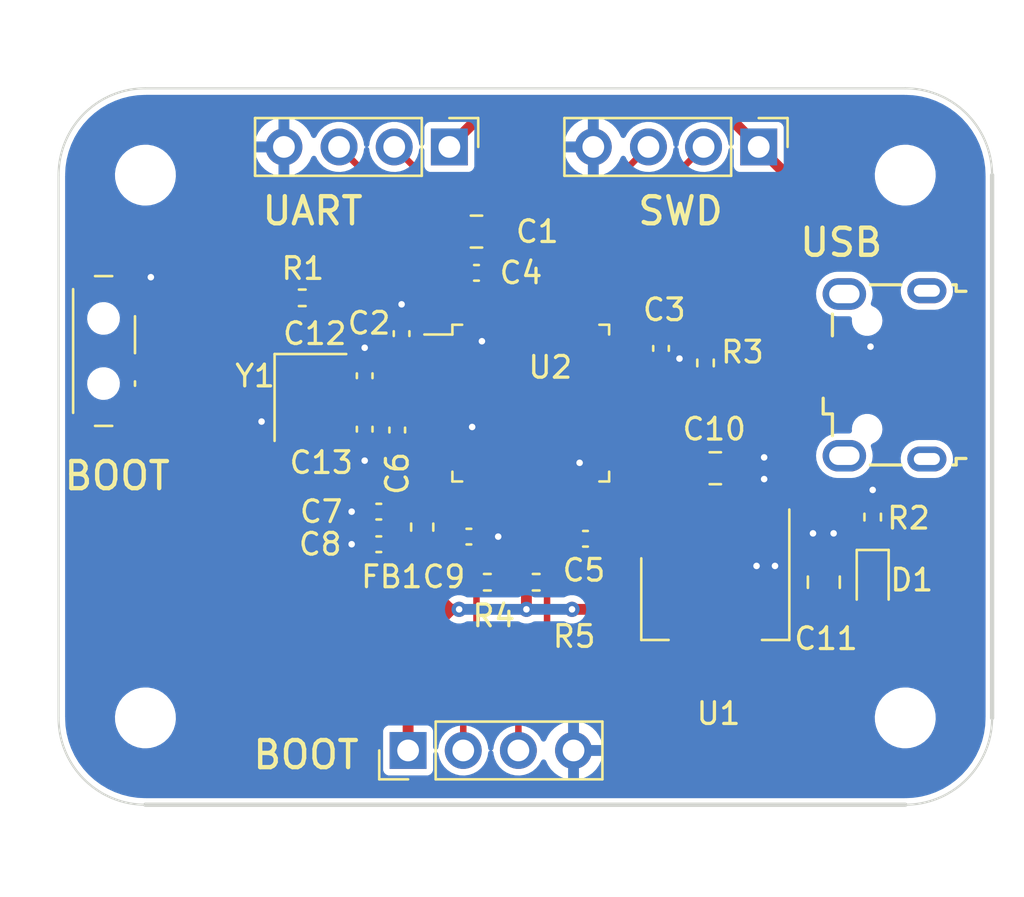
<source format=kicad_pcb>
(kicad_pcb (version 20211014) (generator pcbnew)
  (layers (0 "F.Cu" signal) (31 "B.Cu" signal) (34 "B.Paste" user) (35 "F.Paste" user) (36 "B.SilkS" user "B.Silkscreen") (37 "F.SilkS" user "F.Silkscreen") (38 "B.Mask" user) (39 "F.Mask" user) (44 "Edge.Cuts" user))
  (net 0 "")
  (net 1 "+3.3V")
  (net 2 "GND")
  (net 3 "+3.3VA")
  (net 4 "/nRST")
  (net 5 "VBUS")
  (net 6 "/HSE_IN")
  (net 7 "/HSE_OUT")
  (net 8 "/PWR_LED_K")
  (net 9 "/USB_D-")
  (net 10 "/USB_D+")
  (net 12 "/USART1_TX")
  (net 13 "/USART_RX")
  (net 14 "/SWDIO")
  (net 15 "/SWCLK")
  (net 16 "/I2C2_SCL")
  (net 17 "/I2C2_SDA")
  (net 18 "/Boot0SW")
  (net 19 "/Boot0")
  (footprint "Resistor_SMD:R_0402_1005Metric" (layer "F.Cu") (at 134.725 66.15)
    (fp_text reference "R1" (at 0.025 -1.35) (layer "F.SilkS"))
    (fp_text value "10k")
    (fp_line (start -0.153641 -0.38) (end 0.153641 -0.38) (layer "F.SilkS") (width 0.12))
    (fp_line (start -0.153641 0.38) (end 0.153641 0.38) (layer "F.SilkS") (width 0.12))
    (pad "1" smd roundrect (at -0.51 0) (size 0.54 0.64) (layers "F.Cu" "F.Paste" "F.Mask") (net 18 "/Boot0SW"))
    (pad "2" smd roundrect (at 0.51 0) (size 0.54 0.64) (layers "F.Cu" "F.Paste" "F.Mask") (net 19 "/Boot0"))
  )
  (footprint "MountingHole:MountingHole_2.2mm_M2" (layer "F.Cu") (at 127.5 60.5)
    (fp_text reference "H3")
    (fp_text value "MountingHole")
    (pad "" np_thru_hole circle (at 0 0) (size 2.2 2.2) (drill 2.2) (layers *.Cu *.Mask))
  )
  (footprint "Capacitor_SMD:C_0402_1005Metric" (layer "F.Cu") (at 142.4 77.15)
    (fp_text reference "C9" (at -1.15 1.85) (layer "F.SilkS"))
    (fp_text value "100n")
    (fp_line (start -0.107836 -0.36) (end 0.107836 -0.36) (layer "F.SilkS") (width 0.12))
    (fp_line (start -0.107836 0.36) (end 0.107836 0.36) (layer "F.SilkS") (width 0.12))
    (pad "1" smd roundrect (at -0.48 0) (size 0.56 0.62) (layers "F.Cu" "F.Paste" "F.Mask") (net 4 "/nRST"))
    (pad "2" smd roundrect (at 0.48 0) (size 0.56 0.62) (layers "F.Cu" "F.Paste" "F.Mask") (net 2 "GND"))
  )
  (footprint "MountingHole:MountingHole_2.2mm_M2" (layer "F.Cu") (at 162.5 60.5)
    (fp_text reference "H1")
    (fp_text value "MountingHole")
    (pad "" np_thru_hole circle (at 0 0) (size 2.2 2.2) (drill 2.2) (layers *.Cu *.Mask))
  )
  (footprint "MountingHole:MountingHole_2.2mm_M2" (layer "F.Cu") (at 127.5 85.5)
    (fp_text reference "H4")
    (fp_text value "MountingHole")
    (pad "" np_thru_hole circle (at 0 0) (size 2.2 2.2) (drill 2.2) (layers *.Cu *.Mask))
  )
  (footprint "Capacitor_SMD:C_0402_1005Metric" (layer "F.Cu") (at 138.25 77.5 180)
    (fp_text reference "C8" (at 2.7 0) (layer "F.SilkS"))
    (fp_text value "1u")
    (fp_line (start -0.107836 -0.36) (end 0.107836 -0.36) (layer "F.SilkS") (width 0.12))
    (fp_line (start -0.107836 0.36) (end 0.107836 0.36) (layer "F.SilkS") (width 0.12))
    (pad "1" smd roundrect (at -0.48 0 180) (size 0.56 0.62) (layers "F.Cu" "F.Paste" "F.Mask") (net 1 "+3.3V"))
    (pad "2" smd roundrect (at 0.48 0 180) (size 0.56 0.62) (layers "F.Cu" "F.Paste" "F.Mask") (net 2 "GND"))
  )
  (footprint "Package_TO_SOT_SMD:SOT-223-3_TabPin2" (layer "F.Cu") (at 153.75 80 -90)
    (fp_text reference "U1" (at 5.3 -0.15 180) (layer "F.SilkS"))
    (fp_text value "AMS1117-3.3")
    (fp_line (start -1.85 3.41) (end 1.91 3.41) (layer "F.SilkS") (width 0.12))
    (fp_line (start 1.91 -3.41) (end 1.91 -2.15) (layer "F.SilkS") (width 0.12))
    (fp_line (start 1.91 3.41) (end 1.91 2.15) (layer "F.SilkS") (width 0.12))
    (fp_line (start -4.1 -3.41) (end 1.91 -3.41) (layer "F.SilkS") (width 0.12))
    (pad "1" smd rect (at -3.15 -2.3 270) (size 2 1.5) (layers "F.Cu" "F.Paste" "F.Mask") (net 2 "GND"))
    (pad "2" smd rect (at 3.15 0 270) (size 2 3.8) (layers "F.Cu" "F.Paste" "F.Mask") (net 1 "+3.3V"))
    (pad "2" smd rect (at -3.15 0 270) (size 2 1.5) (layers "F.Cu" "F.Paste" "F.Mask") (net 1 "+3.3V"))
    (pad "3" smd rect (at -3.15 2.3 270) (size 2 1.5) (layers "F.Cu" "F.Paste" "F.Mask") (net 5 "VBUS"))
  )
  (footprint "Capacitor_SMD:C_0402_1005Metric" (layer "F.Cu") (at 137.6 69.74 90)
    (fp_text reference "C12" (at 1.94 -2.3 180) (layer "F.SilkS"))
    (fp_text value "10p")
    (fp_line (start -0.107836 -0.36) (end 0.107836 -0.36) (layer "F.SilkS") (width 0.12))
    (fp_line (start -0.107836 0.36) (end 0.107836 0.36) (layer "F.SilkS") (width 0.12))
    (pad "1" smd roundrect (at -0.48 0 90) (size 0.56 0.62) (layers "F.Cu" "F.Paste" "F.Mask") (net 6 "/HSE_IN"))
    (pad "2" smd roundrect (at 0.48 0 90) (size 0.56 0.62) (layers "F.Cu" "F.Paste" "F.Mask") (net 2 "GND"))
  )
  (footprint "Capacitor_SMD:C_0402_1005Metric" (layer "F.Cu") (at 147.77 77.25 180)
    (fp_text reference "C5" (at 0.07 -1.45) (layer "F.SilkS"))
    (fp_text value "100n")
    (fp_line (start -0.107836 -0.36) (end 0.107836 -0.36) (layer "F.SilkS") (width 0.12))
    (fp_line (start -0.107836 0.36) (end 0.107836 0.36) (layer "F.SilkS") (width 0.12))
    (pad "1" smd roundrect (at -0.48 0 180) (size 0.56 0.62) (layers "F.Cu" "F.Paste" "F.Mask") (net 1 "+3.3V"))
    (pad "2" smd roundrect (at 0.48 0 180) (size 0.56 0.62) (layers "F.Cu" "F.Paste" "F.Mask") (net 2 "GND"))
  )
  (footprint "Resistor_SMD:R_0402_1005Metric" (layer "F.Cu") (at 161 76.25 90)
    (fp_text reference "R2" (at -0.05 1.65 180) (layer "F.SilkS"))
    (fp_text value "1k5")
    (fp_line (start -0.153641 -0.38) (end 0.153641 -0.38) (layer "F.SilkS") (width 0.12))
    (fp_line (start -0.153641 0.38) (end 0.153641 0.38) (layer "F.SilkS") (width 0.12))
    (pad "1" smd roundrect (at -0.51 0 90) (size 0.54 0.64) (layers "F.Cu" "F.Paste" "F.Mask") (net 8 "/PWR_LED_K"))
    (pad "2" smd roundrect (at 0.51 0 90) (size 0.54 0.64) (layers "F.Cu" "F.Paste" "F.Mask") (net 2 "GND"))
  )
  (footprint "Inductor_SMD:L_0603_1608Metric" (layer "F.Cu") (at 140.25 76.7125 -90)
    (fp_text reference "FB1" (at 2.2875 1.4 180) (layer "F.SilkS"))
    (fp_text value "120R")
    (fp_line (start -0.162779 -0.51) (end 0.162779 -0.51) (layer "F.SilkS") (width 0.12))
    (fp_line (start -0.162779 0.51) (end 0.162779 0.51) (layer "F.SilkS") (width 0.12))
    (pad "1" smd roundrect (at -0.7875 0 270) (size 0.875 0.95) (layers "F.Cu" "F.Paste" "F.Mask") (net 3 "+3.3VA"))
    (pad "2" smd roundrect (at 0.7875 0 270) (size 0.875 0.95) (layers "F.Cu" "F.Paste" "F.Mask") (net 1 "+3.3V"))
  )
  (footprint "Capacitor_SMD:C_0805_2012Metric" (layer "F.Cu") (at 158.75 79.25 90)
    (fp_text reference "C11" (at -2.6 0.1 180) (layer "F.SilkS"))
    (fp_text value "22u")
    (fp_line (start -0.261252 -0.735) (end 0.261252 -0.735) (layer "F.SilkS") (width 0.12))
    (fp_line (start -0.261252 0.735) (end 0.261252 0.735) (layer "F.SilkS") (width 0.12))
    (pad "1" smd roundrect (at -0.95 0 90) (size 1 1.45) (layers "F.Cu" "F.Paste" "F.Mask") (net 1 "+3.3V"))
    (pad "2" smd roundrect (at 0.95 0 90) (size 1 1.45) (layers "F.Cu" "F.Paste" "F.Mask") (net 2 "GND"))
  )
  (footprint "Resistor_SMD:R_0402_1005Metric" (layer "F.Cu") (at 145.5 79.25)
    (fp_text reference "R5" (at 1.75 2.5) (layer "F.SilkS"))
    (fp_text value "1k5")
    (fp_line (start -0.153641 0.38) (end 0.153641 0.38) (layer "F.SilkS") (width 0.12))
    (fp_line (start -0.153641 -0.38) (end 0.153641 -0.38) (layer "F.SilkS") (width 0.12))
    (pad "1" smd roundrect (at -0.51 0) (size 0.54 0.64) (layers "F.Cu" "F.Paste" "F.Mask") (net 1 "+3.3V"))
    (pad "2" smd roundrect (at 0.51 0) (size 0.54 0.64) (layers "F.Cu" "F.Paste" "F.Mask") (net 17 "/I2C2_SDA"))
  )
  (footprint "Connector_USB:USB_Micro-B_Wuerth_629105150521" (layer "F.Cu") (at 161.545 69.7 90)
    (fp_text reference "J1")
    (fp_text value "USB_B_Micro")
    (fp_line (start -1.8 -2.4) (end -2.8 -2.4) (layer "F.SilkS") (width 0.15))
    (fp_line (start -1.8 -2.825) (end -1.8 -2.4) (layer "F.SilkS") (width 0.15))
    (fp_line (start -4.15 3.3) (end -3.85 3.3) (layer "F.SilkS") (width 0.15))
    (fp_line (start -4.15 -0.65) (end -4.15 0.75) (layer "F.SilkS") (width 0.15))
    (fp_line (start -1.075 -2.825) (end -1.8 -2.825) (layer "F.SilkS") (width 0.15))
    (fp_line (start 4.15 0.75) (end 4.15 -0.65) (layer "F.SilkS") (width 0.15))
    (fp_line (start 3.85 3.75) (end 3.85 3.3) (layer "F.SilkS") (width 0.15))
    (fp_line (start 3.85 3.3) (end 4.15 3.3) (layer "F.SilkS") (width 0.15))
    (fp_line (start 1.8 -2.4) (end 2.8 -2.4) (layer "F.SilkS") (width 0.15))
    (fp_line (start -4.15 3.15) (end -4.15 3.3) (layer "F.SilkS") (width 0.15))
    (fp_line (start -3.85 3.3) (end -3.85 3.75) (layer "F.SilkS") (width 0.15))
    (fp_line (start 4.15 3.3) (end 4.15 3.15) (layer "F.SilkS") (width 0.15))
    (pad "" np_thru_hole oval (at -2.5 -0.8 90) (size 0.8 0.8) (drill 0.8) (layers *.Cu *.Mask))
    (pad "" np_thru_hole oval (at 2.5 -0.8 90) (size 0.8 0.8) (drill 0.8) (layers *.Cu *.Mask))
    (pad "1" smd rect (at -1.3 -1.9 90) (size 0.45 1.3) (layers "F.Cu" "F.Paste" "F.Mask") (net 5 "VBUS"))
    (pad "2" smd rect (at -0.65 -1.9 90) (size 0.45 1.3) (layers "F.Cu" "F.Paste" "F.Mask") (net 9 "/USB_D-"))
    (pad "3" smd rect (at 0 -1.9 90) (size 0.45 1.3) (layers "F.Cu" "F.Paste" "F.Mask") (net 10 "/USB_D+"))
    (pad "4" smd rect (at 0.65 -1.9 90) (size 0.45 1.3) (layers "F.Cu" "F.Paste" "F.Mask"))
    (pad "5" smd rect (at 1.3 -1.9 90) (size 0.45 1.3) (layers "F.Cu" "F.Paste" "F.Mask") (net 2 "GND"))
    (pad "6" thru_hole oval (at -3.725 -1.85 90) (size 1.45 2) (drill oval 0.85 1.4) (layers *.Cu *.Mask))
    (pad "6" thru_hole oval (at 3.875 1.95 90) (size 1.15 1.8) (drill oval 0.55 1.2) (layers *.Cu *.Mask))
    (pad "6" thru_hole oval (at -3.875 1.95 90) (size 1.15 1.8) (drill oval 0.55 1.2) (layers *.Cu *.Mask))
    (pad "6" thru_hole oval (at 3.725 -1.85 90) (size 1.45 2) (drill oval 0.85 1.4) (layers *.Cu *.Mask))
  )
  (footprint "Connector_PinHeader_2.54mm:PinHeader_1x04_P2.54mm_Vertical" (layer "F.Cu") (at 141.5 59.2 -90)
    (fp_text reference "J2")
    (fp_text value "Conn_01x04_Male")
    (fp_line (start 1.33 1.27) (end 1.33 8.95) (layer "F.SilkS") (width 0.12))
    (fp_line (start -1.33 1.27) (end -1.33 8.95) (layer "F.SilkS") (width 0.12))
    (fp_line (start -1.33 1.27) (end 1.33 1.27) (layer "F.SilkS") (width 0.12))
    (fp_line (start -1.33 8.95) (end 1.33 8.95) (layer "F.SilkS") (width 0.12))
    (fp_line (start -1.33 -1.33) (end 0 -1.33) (layer "F.SilkS") (width 0.12))
    (fp_line (start -1.33 0) (end -1.33 -1.33) (layer "F.SilkS") (width 0.12))
    (pad "1" thru_hole rect (at 0 0 270) (size 1.7 1.7) (drill 1) (layers *.Cu *.Mask) (net 1 "+3.3V"))
    (pad "2" thru_hole oval (at 0 2.54 270) (size 1.7 1.7) (drill 1) (layers *.Cu *.Mask) (net 12 "/USART1_TX"))
    (pad "3" thru_hole oval (at 0 5.08 270) (size 1.7 1.7) (drill 1) (layers *.Cu *.Mask) (net 13 "/USART_RX"))
    (pad "4" thru_hole oval (at 0 7.62 270) (size 1.7 1.7) (drill 1) (layers *.Cu *.Mask) (net 2 "GND"))
  )
  (footprint "Capacitor_SMD:C_0402_1005Metric" (layer "F.Cu") (at 151.25 68.48 -90)
    (fp_text reference "C3" (at -1.78 -0.15 180) (layer "F.SilkS"))
    (fp_text value "100n")
    (fp_line (start -0.107836 -0.36) (end 0.107836 -0.36) (layer "F.SilkS") (width 0.12))
    (fp_line (start -0.107836 0.36) (end 0.107836 0.36) (layer "F.SilkS") (width 0.12))
    (pad "1" smd roundrect (at -0.48 0 270) (size 0.56 0.62) (layers "F.Cu" "F.Paste" "F.Mask") (net 1 "+3.3V"))
    (pad "2" smd roundrect (at 0.48 0 270) (size 0.56 0.62) (layers "F.Cu" "F.Paste" "F.Mask") (net 2 "GND"))
  )
  (footprint "LED_SMD:LED_0603_1608Metric" (layer "F.Cu") (at 161 79.25 -90)
    (fp_text reference "D1" (at -0.1 -1.8 180) (layer "F.SilkS"))
    (fp_text value "LED")
    (fp_line (start -1.485 -0.735) (end -1.485 0.735) (layer "F.SilkS") (width 0.12))
    (fp_line (start -1.485 0.735) (end 0.8 0.735) (layer "F.SilkS") (width 0.12))
    (fp_line (start 0.8 -0.735) (end -1.485 -0.735) (layer "F.SilkS") (width 0.12))
    (pad "1" smd roundrect (at -0.7875 0 270) (size 0.875 0.95) (layers "F.Cu" "F.Paste" "F.Mask") (net 8 "/PWR_LED_K"))
    (pad "2" smd roundrect (at 0.7875 0 270) (size 0.875 0.95) (layers "F.Cu" "F.Paste" "F.Mask") (net 1 "+3.3V"))
  )
  (footprint "Crystal:Crystal_SMD_3225-4Pin_3.2x2.5mm" (layer "F.Cu") (at 135.1 70.74 -90)
    (fp_text reference "Y1" (at -0.99 2.55) (layer "F.SilkS"))
    (fp_text value "16MHz")
    (fp_line (start -2 1.65) (end 2 1.65) (layer "F.SilkS") (width 0.12))
    (fp_line (start -2 -1.65) (end -2 1.65) (layer "F.SilkS") (width 0.12))
    (pad "1" smd rect (at -1.1 0.85 270) (size 1.4 1.2) (layers "F.Cu" "F.Paste" "F.Mask") (net 6 "/HSE_IN"))
    (pad "2" smd rect (at 1.1 0.85 270) (size 1.4 1.2) (layers "F.Cu" "F.Paste" "F.Mask") (net 2 "GND"))
    (pad "3" smd rect (at 1.1 -0.85 270) (size 1.4 1.2) (layers "F.Cu" "F.Paste" "F.Mask") (net 7 "/HSE_OUT"))
    (pad "4" smd rect (at -1.1 -0.85 270) (size 1.4 1.2) (layers "F.Cu" "F.Paste" "F.Mask") (net 2 "GND"))
  )
  (footprint "Capacitor_SMD:C_0402_1005Metric" (layer "F.Cu") (at 139.1 72.24 90)
    (fp_text reference "C6" (at -2 0 90) (layer "F.SilkS"))
    (fp_text value "10n")
    (fp_line (start -0.107836 -0.36) (end 0.107836 -0.36) (layer "F.SilkS") (width 0.12))
    (fp_line (start -0.107836 0.36) (end 0.107836 0.36) (layer "F.SilkS") (width 0.12))
    (pad "1" smd roundrect (at -0.48 0 90) (size 0.56 0.62) (layers "F.Cu" "F.Paste" "F.Mask") (net 3 "+3.3VA"))
    (pad "2" smd roundrect (at 0.48 0 90) (size 0.56 0.62) (layers "F.Cu" "F.Paste" "F.Mask") (net 2 "GND"))
  )
  (footprint "Capacitor_SMD:C_0805_2012Metric" (layer "F.Cu") (at 153.75 74)
    (fp_text reference "C10" (at -0.05 -1.8) (layer "F.SilkS"))
    (fp_text value "22u")
    (fp_line (start -0.261252 -0.735) (end 0.261252 -0.735) (layer "F.SilkS") (width 0.12))
    (fp_line (start -0.261252 0.735) (end 0.261252 0.735) (layer "F.SilkS") (width 0.12))
    (pad "1" smd roundrect (at -0.95 0) (size 1 1.45) (layers "F.Cu" "F.Paste" "F.Mask") (net 5 "VBUS"))
    (pad "2" smd roundrect (at 0.95 0) (size 1 1.45) (layers "F.Cu" "F.Paste" "F.Mask") (net 2 "GND"))
  )
  (footprint "Capacitor_SMD:C_0402_1005Metric" (layer "F.Cu") (at 139.3 67.8 90)
    (fp_text reference "C2" (at 0.48 -1.5 180) (layer "F.SilkS"))
    (fp_text value "100n")
    (fp_line (start -0.107836 0.36) (end 0.107836 0.36) (layer "F.SilkS") (width 0.12))
    (fp_line (start -0.107836 -0.36) (end 0.107836 -0.36) (layer "F.SilkS") (width 0.12))
    (pad "1" smd roundrect (at -0.48 0 90) (size 0.56 0.62) (layers "F.Cu" "F.Paste" "F.Mask") (net 1 "+3.3V"))
    (pad "2" smd roundrect (at 0.48 0 90) (size 0.56 0.62) (layers "F.Cu" "F.Paste" "F.Mask") (net 2 "GND"))
  )
  (footprint "Resistor_SMD:R_0402_1005Metric" (layer "F.Cu") (at 143.25 79.25 180)
    (fp_text reference "R4" (at -0.3 -1.55) (layer "F.SilkS"))
    (fp_text value "1k5")
    (fp_line (start -0.153641 0.38) (end 0.153641 0.38) (layer "F.SilkS") (width 0.12))
    (fp_line (start -0.153641 -0.38) (end 0.153641 -0.38) (layer "F.SilkS") (width 0.12))
    (pad "1" smd roundrect (at -0.51 0 180) (size 0.54 0.64) (layers "F.Cu" "F.Paste" "F.Mask") (net 1 "+3.3V"))
    (pad "2" smd roundrect (at 0.51 0 180) (size 0.54 0.64) (layers "F.Cu" "F.Paste" "F.Mask") (net 16 "/I2C2_SCL"))
  )
  (footprint "Connector_PinHeader_2.54mm:PinHeader_1x04_P2.54mm_Vertical" (layer "F.Cu") (at 139.6 87 90)
    (fp_text reference "J4")
    (fp_text value "Conn_01x04_Male")
    (fp_line (start -1.33 8.95) (end 1.33 8.95) (layer "F.SilkS") (width 0.12))
    (fp_line (start -1.33 0) (end -1.33 -1.33) (layer "F.SilkS") (width 0.12))
    (fp_line (start -1.33 -1.33) (end 0 -1.33) (layer "F.SilkS") (width 0.12))
    (fp_line (start -1.33 1.27) (end -1.33 8.95) (layer "F.SilkS") (width 0.12))
    (fp_line (start -1.33 1.27) (end 1.33 1.27) (layer "F.SilkS") (width 0.12))
    (fp_line (start 1.33 1.27) (end 1.33 8.95) (layer "F.SilkS") (width 0.12))
    (pad "1" thru_hole rect (at 0 0 90) (size 1.7 1.7) (drill 1) (layers *.Cu *.Mask) (net 1 "+3.3V"))
    (pad "2" thru_hole oval (at 0 2.54 90) (size 1.7 1.7) (drill 1) (layers *.Cu *.Mask) (net 16 "/I2C2_SCL"))
    (pad "3" thru_hole oval (at 0 5.08 90) (size 1.7 1.7) (drill 1) (layers *.Cu *.Mask) (net 17 "/I2C2_SDA"))
    (pad "4" thru_hole oval (at 0 7.62 90) (size 1.7 1.7) (drill 1) (layers *.Cu *.Mask) (net 2 "GND"))
  )
  (footprint "Capacitor_SMD:C_0402_1005Metric" (layer "F.Cu") (at 137.6 72.2 -90)
    (fp_text reference "C13" (at 1.54 2) (layer "F.SilkS"))
    (fp_text value "10p")
    (fp_line (start -0.107836 0.36) (end 0.107836 0.36) (layer "F.SilkS") (width 0.12))
    (fp_line (start -0.107836 -0.36) (end 0.107836 -0.36) (layer "F.SilkS") (width 0.12))
    (pad "1" smd roundrect (at -0.48 0 270) (size 0.56 0.62) (layers "F.Cu" "F.Paste" "F.Mask") (net 7 "/HSE_OUT"))
    (pad "2" smd roundrect (at 0.48 0 270) (size 0.56 0.62) (layers "F.Cu" "F.Paste" "F.Mask") (net 2 "GND"))
  )
  (footprint "Capacitor_SMD:C_0402_1005Metric" (layer "F.Cu") (at 142.75 65)
    (fp_text reference "C4" (at 2.05 0) (layer "F.SilkS"))
    (fp_text value "100n")
    (fp_line (start -0.107836 0.36) (end 0.107836 0.36) (layer "F.SilkS") (width 0.12))
    (fp_line (start -0.107836 -0.36) (end 0.107836 -0.36) (layer "F.SilkS") (width 0.12))
    (pad "1" smd roundrect (at -0.48 0) (size 0.56 0.62) (layers "F.Cu" "F.Paste" "F.Mask") (net 1 "+3.3V"))
    (pad "2" smd roundrect (at 0.48 0) (size 0.56 0.62) (layers "F.Cu" "F.Paste" "F.Mask") (net 2 "GND"))
  )
  (footprint "Capacitor_SMD:C_0805_2012Metric" (layer "F.Cu") (at 142.75 63.1)
    (fp_text reference "C1" (at 2.8 0) (layer "F.SilkS"))
    (fp_text value "10u")
    (fp_line (start -0.261252 0.735) (end 0.261252 0.735) (layer "F.SilkS") (width 0.12))
    (fp_line (start -0.261252 -0.735) (end 0.261252 -0.735) (layer "F.SilkS") (width 0.12))
    (pad "1" smd roundrect (at -0.95 0) (size 1 1.45) (layers "F.Cu" "F.Paste" "F.Mask") (net 1 "+3.3V"))
    (pad "2" smd roundrect (at 0.95 0) (size 1 1.45) (layers "F.Cu" "F.Paste" "F.Mask") (net 2 "GND"))
  )
  (footprint "Connector_PinHeader_2.54mm:PinHeader_1x04_P2.54mm_Vertical" (layer "F.Cu") (at 155.75 59.2 -90)
    (fp_text reference "J3")
    (fp_text value "Conn_01x04_Male")
    (fp_line (start -1.33 8.95) (end 1.33 8.95) (layer "F.SilkS") (width 0.12))
    (fp_line (start -1.33 0) (end -1.33 -1.33) (layer "F.SilkS") (width 0.12))
    (fp_line (start -1.33 -1.33) (end 0 -1.33) (layer "F.SilkS") (width 0.12))
    (fp_line (start -1.33 1.27) (end -1.33 8.95) (layer "F.SilkS") (width 0.12))
    (fp_line (start -1.33 1.27) (end 1.33 1.27) (layer "F.SilkS") (width 0.12))
    (fp_line (start 1.33 1.27) (end 1.33 8.95) (layer "F.SilkS") (width 0.12))
    (pad "1" thru_hole rect (at 0 0 270) (size 1.7 1.7) (drill 1) (layers *.Cu *.Mask) (net 1 "+3.3V"))
    (pad "2" thru_hole oval (at 0 2.54 270) (size 1.7 1.7) (drill 1) (layers *.Cu *.Mask) (net 14 "/SWDIO"))
    (pad "3" thru_hole oval (at 0 5.08 270) (size 1.7 1.7) (drill 1) (layers *.Cu *.Mask) (net 15 "/SWCLK"))
    (pad "4" thru_hole oval (at 0 7.62 270) (size 1.7 1.7) (drill 1) (layers *.Cu *.Mask) (net 2 "GND"))
  )
  (footprint "Button_Switch_SMD:SW_SPDT_PCM12" (layer "F.Cu") (at 125.9 68.6 -90)
    (fp_text reference "SW1")
    (fp_text value "SW_SPDT")
    (fp_line (start -2.85 1.73) (end 2.85 1.73) (layer "F.SilkS") (width 0.12))
    (fp_line (start -3.45 -0.07) (end -3.45 0.72) (layer "F.SilkS") (width 0.12))
    (fp_line (start 1.4 -1.12) (end 1.6 -1.12) (layer "F.SilkS") (width 0.12))
    (fp_line (start 3.45 0.72) (end 3.45 -0.07) (layer "F.SilkS") (width 0.12))
    (fp_line (start -1.6 -1.12) (end 0.1 -1.12) (layer "F.SilkS") (width 0.12))
    (pad "" np_thru_hole circle (at 1.5 0.33 270) (size 0.9 0.9) (drill 0.9) (layers *.Cu *.Mask))
    (pad "" smd rect (at 3.65 1.43 270) (size 1 0.8) (layers "F.Cu" "F.Paste" "F.Mask"))
    (pad "" smd rect (at -3.65 1.43 270) (size 1 0.8) (layers "F.Cu" "F.Paste" "F.Mask"))
    (pad "" smd rect (at 3.65 -0.78 270) (size 1 0.8) (layers "F.Cu" "F.Paste" "F.Mask"))
    (pad "" np_thru_hole circle (at -1.5 0.33 270) (size 0.9 0.9) (drill 0.9) (layers *.Cu *.Mask))
    (pad "" smd rect (at -3.65 -0.78 270) (size 1 0.8) (layers "F.Cu" "F.Paste" "F.Mask"))
    (pad "1" smd rect (at -2.25 -1.43 270) (size 0.7 1.5) (layers "F.Cu" "F.Paste" "F.Mask") (net 2 "GND"))
    (pad "2" smd rect (at 0.75 -1.43 270) (size 0.7 1.5) (layers "F.Cu" "F.Paste" "F.Mask") (net 18 "/Boot0SW"))
    (pad "3" smd rect (at 2.25 -1.43 270) (size 0.7 1.5) (layers "F.Cu" "F.Paste" "F.Mask") (net 1 "+3.3V"))
  )
  (footprint "Capacitor_SMD:C_0402_1005Metric" (layer "F.Cu") (at 138.25 76 180)
    (fp_text reference "C7" (at 2.65 0) (layer "F.SilkS"))
    (fp_text value "1u")
    (fp_line (start -0.107836 0.36) (end 0.107836 0.36) (layer "F.SilkS") (width 0.12))
    (fp_line (start -0.107836 -0.36) (end 0.107836 -0.36) (layer "F.SilkS") (width 0.12))
    (pad "1" smd roundrect (at -0.48 0 180) (size 0.56 0.62) (layers "F.Cu" "F.Paste" "F.Mask") (net 3 "+3.3VA"))
    (pad "2" smd roundrect (at 0.48 0 180) (size 0.56 0.62) (layers "F.Cu" "F.Paste" "F.Mask") (net 2 "GND"))
  )
  (footprint "Package_QFP:LQFP-48_7x7mm_P0.5mm" (layer "F.Cu") (at 145.25 71)
    (fp_text reference "U2" (at 0.9 -1.65) (layer "F.SilkS"))
    (fp_text value "STM32F103C8T6")
    (fp_line (start 3.16 -3.61) (end 3.61 -3.61) (layer "F.SilkS") (width 0.12))
    (fp_line (start 3.16 3.61) (end 3.61 3.61) (layer "F.SilkS") (width 0.12))
    (fp_line (start 3.61 3.61) (end 3.61 3.16) (layer "F.SilkS") (width 0.12))
    (fp_line (start -3.16 -3.61) (end -3.61 -3.61) (layer "F.SilkS") (width 0.12))
    (fp_line (start -3.61 -3.16) (end -4.9 -3.16) (layer "F.SilkS") (width 0.12))
    (fp_line (start -3.61 3.61) (end -3.61 3.16) (layer "F.SilkS") (width 0.12))
    (fp_line (start 3.61 -3.61) (end 3.61 -3.16) (layer "F.SilkS") (width 0.12))
    (fp_line (start -3.61 -3.61) (end -3.61 -3.16) (layer "F.SilkS") (width 0.12))
    (fp_line (start -3.16 3.61) (end -3.61 3.61) (layer "F.SilkS") (width 0.12))
    (pad "1" smd roundrect (at -4.1625 -2.75) (size 1.475 0.3) (layers "F.Cu" "F.Paste" "F.Mask") (net 1 "+3.3V"))
    (pad "2" smd roundrect (at -4.1625 -2.25) (size 1.475 0.3) (layers "F.Cu" "F.Paste" "F.Mask"))
    (pad "3" smd roundrect (at -4.1625 -1.75) (size 1.475 0.3) (layers "F.Cu" "F.Paste" "F.Mask"))
    (pad "4" smd roundrect (at -4.1625 -1.25) (size 1.475 0.3) (layers "F.Cu" "F.Paste" "F.Mask"))
    (pad "5" smd roundrect (at -4.1625 -0.75) (size 1.475 0.3) (layers "F.Cu" "F.Paste" "F.Mask") (net 6 "/HSE_IN"))
    (pad "6" smd roundrect (at -4.1625 -0.25) (size 1.475 0.3) (layers "F.Cu" "F.Paste" "F.Mask") (net 7 "/HSE_OUT"))
    (pad "7" smd roundrect (at -4.1625 0.25) (size 1.475 0.3) (layers "F.Cu" "F.Paste" "F.Mask") (net 4 "/nRST"))
    (pad "8" smd roundrect (at -4.1625 0.75) (size 1.475 0.3) (layers "F.Cu" "F.Paste" "F.Mask") (net 2 "GND"))
    (pad "9" smd roundrect (at -4.1625 1.25) (size 1.475 0.3) (layers "F.Cu" "F.Paste" "F.Mask") (net 3 "+3.3VA"))
    (pad "10" smd roundrect (at -4.1625 1.75) (size 1.475 0.3) (layers "F.Cu" "F.Paste" "F.Mask"))
    (pad "11" smd roundrect (at -4.1625 2.25) (size 1.475 0.3) (layers "F.Cu" "F.Paste" "F.Mask"))
    (pad "12" smd roundrect (at -4.1625 2.75) (size 1.475 0.3) (layers "F.Cu" "F.Paste" "F.Mask"))
    (pad "13" smd roundrect (at -2.75 4.1625) (size 0.3 1.475) (layers "F.Cu" "F.Paste" "F.Mask"))
    (pad "14" smd roundrect (at -2.25 4.1625) (size 0.3 1.475) (layers "F.Cu" "F.Paste" "F.Mask"))
    (pad "15" smd roundrect (at -1.75 4.1625) (size 0.3 1.475) (layers "F.Cu" "F.Paste" "F.Mask"))
    (pad "16" smd roundrect (at -1.25 4.1625) (size 0.3 1.475) (layers "F.Cu" "F.Paste" "F.Mask"))
    (pad "17" smd roundrect (at -0.75 4.1625) (size 0.3 1.475) (layers "F.Cu" "F.Paste" "F.Mask"))
    (pad "18" smd roundrect (at -0.25 4.1625) (size 0.3 1.475) (layers "F.Cu" "F.Paste" "F.Mask"))
    (pad "19" smd roundrect (at 0.25 4.1625) (size 0.3 1.475) (layers "F.Cu" "F.Paste" "F.Mask"))
    (pad "20" smd roundrect (at 0.75 4.1625) (size 0.3 1.475) (layers "F.Cu" "F.Paste" "F.Mask"))
    (pad "21" smd roundrect (at 1.25 4.1625) (size 0.3 1.475) (layers "F.Cu" "F.Paste" "F.Mask") (net 16 "/I2C2_SCL"))
    (pad "22" smd roundrect (at 1.75 4.1625) (size 0.3 1.475) (layers "F.Cu" "F.Paste" "F.Mask") (net 17 "/I2C2_SDA"))
    (pad "23" smd roundrect (at 2.25 4.1625) (size 0.3 1.475) (layers "F.Cu" "F.Paste" "F.Mask") (net 2 "GND"))
    (pad "24" smd roundrect (at 2.75 4.1625) (size 0.3 1.475) (layers "F.Cu" "F.Paste" "F.Mask") (net 1 "+3.3V"))
    (pad "25" smd roundrect (at 4.1625 2.75) (size 1.475 0.3) (layers "F.Cu" "F.Paste" "F.Mask"))
    (pad "26" smd roundrect (at 4.1625 2.25) (size 1.475 0.3) (layers "F.Cu" "F.Paste" "F.Mask"))
    (pad "27" smd roundrect (at 4.1625 1.75) (size 1.475 0.3) (layers "F.Cu" "F.Paste" "F.Mask"))
    (pad "28" smd roundrect (at 4.1625 1.25) (size 1.475 0.3) (layers "F.Cu" "F.Paste" "F.Mask"))
    (pad "29" smd roundrect (at 4.1625 0.75) (size 1.475 0.3) (layers "F.Cu" "F.Paste" "F.Mask"))
    (pad "30" smd roundrect (at 4.1625 0.25) (size 1.475 0.3) (layers "F.Cu" "F.Paste" "F.Mask"))
    (pad "31" smd roundrect (at 4.1625 -0.25) (size 1.475 0.3) (layers "F.Cu" "F.Paste" "F.Mask"))
    (pad "32" smd roundrect (at 4.1625 -0.75) (size 1.475 0.3) (layers "F.Cu" "F.Paste" "F.Mask") (net 9 "/USB_D-"))
    (pad "33" smd roundrect (at 4.1625 -1.25) (size 1.475 0.3) (layers "F.Cu" "F.Paste" "F.Mask") (net 10 "/USB_D+"))
    (pad "34" smd roundrect (at 4.1625 -1.75) (size 1.475 0.3) (layers "F.Cu" "F.Paste" "F.Mask") (net 14 "/SWDIO"))
    (pad "35" smd roundrect (at 4.1625 -2.25) (size 1.475 0.3) (layers "F.Cu" "F.Paste" "F.Mask") (net 2 "GND"))
    (pad "36" smd roundrect (at 4.1625 -2.75) (size 1.475 0.3) (layers "F.Cu" "F.Paste" "F.Mask") (net 1 "+3.3V"))
    (pad "37" smd roundrect (at 2.75 -4.1625) (size 0.3 1.475) (layers "F.Cu" "F.Paste" "F.Mask") (net 15 "/SWCLK"))
    (pad "38" smd roundrect (at 2.25 -4.1625) (size 0.3 1.475) (layers "F.Cu" "F.Paste" "F.Mask"))
    (pad "39" smd roundrect (at 1.75 -4.1625) (size 0.3 1.475) (layers "F.Cu" "F.Paste" "F.Mask"))
    (pad "40" smd roundrect (at 1.25 -4.1625) (size 0.3 1.475) (layers "F.Cu" "F.Paste" "F.Mask"))
    (pad "41" smd roundrect (at 0.75 -4.1625) (size 0.3 1.475) (layers "F.Cu" "F.Paste" "F.Mask"))
    (pad "42" smd roundrect (at 0.25 -4.1625) (size 0.3 1.475) (layers "F.Cu" "F.Paste" "F.Mask") (net 12 "/USART1_TX"))
    (pad "43" smd roundrect (at -0.25 -4.1625) (size 0.3 1.475) (layers "F.Cu" "F.Paste" "F.Mask") (net 13 "/USART_RX"))
    (pad "44" smd roundrect (at -0.75 -4.1625) (size 0.3 1.475) (layers "F.Cu" "F.Paste" "F.Mask") (net 19 "/Boot0"))
    (pad "45" smd roundrect (at -1.25 -4.1625) (size 0.3 1.475) (layers "F.Cu" "F.Paste" "F.Mask"))
    (pad "46" smd roundrect (at -1.75 -4.1625) (size 0.3 1.475) (layers "F.Cu" "F.Paste" "F.Mask"))
    (pad "47" smd roundrect (at -2.25 -4.1625) (size 0.3 1.475) (layers "F.Cu" "F.Paste" "F.Mask") (net 2 "GND"))
    (pad "48" smd roundrect (at -2.75 -4.1625) (size 0.3 1.475) (layers "F.Cu" "F.Paste" "F.Mask") (net 1 "+3.3V"))
  )
  (footprint "Resistor_SMD:R_0402_1005Metric" (layer "F.Cu") (at 153.3 69.15 -90)
    (fp_text reference "R3" (at -0.5 -1.7 180) (layer "F.SilkS"))
    (fp_text value "1k5")
    (fp_line (start -0.153641 0.38) (end 0.153641 0.38) (layer "F.SilkS") (width 0.12))
    (fp_line (start -0.153641 -0.38) (end 0.153641 -0.38) (layer "F.SilkS") (width 0.12))
    (pad "1" smd roundrect (at -0.51 0 270) (size 0.54 0.64) (layers "F.Cu" "F.Paste" "F.Mask") (net 1 "+3.3V"))
    (pad "2" smd roundrect (at 0.51 0 270) (size 0.54 0.64) (layers "F.Cu" "F.Paste" "F.Mask") (net 10 "/USB_D+"))
  )
  (footprint "MountingHole:MountingHole_2.2mm_M2" (layer "F.Cu") (at 162.5 85.5)
    (fp_text reference "H2")
    (fp_text value "MountingHole")
    (pad "" np_thru_hole circle (at 0 0) (size 2.2 2.2) (drill 2.2) (layers *.Cu *.Mask))
  )
  (gr_line (start 127.5 56.5) (end 162.5 56.5) (layer "Edge.Cuts") (width 0.1))
  (gr_line (start 162.5 89.5) (end 127.5 89.5) (layer "Edge.Cuts") (width 0.2))
  (gr_arc (start 127.5 89.5) (mid 124.671573 88.328427) (end 123.5 85.5) (layer "Edge.Cuts") (width 0.1))
  (gr_arc (start 162.5 56.5) (mid 165.328427 57.671573) (end 166.5 60.5) (layer "Edge.Cuts") (width 0.1))
  (gr_arc (start 123.5 60.5) (mid 124.671573 57.671573) (end 127.5 56.5) (layer "Edge.Cuts") (width 0.1))
  (gr_line (start 166.5 60.5) (end 166.5 85.5) (layer "Edge.Cuts") (width 0.2))
  (gr_arc (start 166.5 85.5) (mid 165.328427 88.328427) (end 162.5 89.5) (layer "Edge.Cuts") (width 0.1))
  (gr_line (start 123.5 85.5) (end 123.5 60.5) (layer "Edge.Cuts") (width 0.1))
  (gr_text "SWD" (at 152.15 62.15) (layer "F.SilkS") (effects (font (size 1.25 1.25) (thickness 0.2))))
  (gr_text "UART" (at 135.2 62.15) (layer "F.SilkS") (effects (font (size 1.25 1.25) (thickness 0.2))))
  (gr_text "BOOT" (at 134.9 87.2) (layer "F.SilkS") (effects (font (size 1.25 1.25) (thickness 0.2))))
  (gr_text "USB" (at 159.55 63.6) (layer "F.SilkS") (effects (font (size 1.25 1.25) (thickness 0.2))))
  (gr_text "BOOT" (at 126.2 74.35) (layer "F.SilkS") (effects (font (size 1.25 1.25) (thickness 0.2))))
  (segment (start 141.0875 68.25) (end 141.91005 68.25) (width 0.3) (layer "F.Cu") (net 1))
  (segment (start 142.27 65.67) (end 142.27 65) (width 0.3) (layer "F.Cu") (net 1))
  (segment (start 142.5 65.9) (end 142.27 65.67) (width 0.3) (layer "F.Cu") (net 1))
  (segment (start 137.45 67.05) (end 141.4 63.1) (width 0.5) (layer "F.Cu") (net 1))
  (segment (start 148.55 77.25) (end 148.25 77.25) (width 0.5) (layer "F.Cu") (net 1))
  (segment (start 139.6 82.5) (end 139.6 87) (width 0.5) (layer "F.Cu") (net 1))
  (segment (start 149.05 80.5) (end 149.05 77.75) (width 0.5) (layer "F.Cu") (net 1))
  (segment (start 141.91005 68.25) (end 142.5 67.66005) (width 0.3) (layer "F.Cu") (net 1))
  (segment (start 130.4 70.7) (end 130.4 69.75) (width 0.5) (layer "F.Cu") (net 1))
  (segment (start 142.27 64.47) (end 141.8 64) (width 0.5) (layer "F.Cu") (net 1))
  (segment (start 145.05 79.31) (end 144.99 79.25) (width 0.5) (layer "F.Cu") (net 1))
  (segment (start 140.25 79.2) (end 140.25 77.5) (width 0.5) (layer "F.Cu") (net 1))
  (segment (start 159.05 62.5) (end 155.75 59.2) (width 0.5) (layer "F.Cu") (net 1))
  (segment (start 141.4 63.1) (end 141.8 63.1) (width 0.5) (layer "F.Cu") (net 1))
  (segment (start 141.55 80.5) (end 140.25 79.2) (width 0.5) (layer "F.Cu") (net 1))
  (segment (start 127.33 70.85) (end 130.25 70.85) (width 0.5) (layer "F.Cu") (net 1))
  (segment (start 141.8 64) (end 141.8 63.1) (width 0.5) (layer "F.Cu") (net 1))
  (segment (start 141.6 80.5) (end 139.6 82.5) (width 0.5) (layer "F.Cu") (net 1))
  (segment (start 130.4 69.75) (end 133.1 67.05) (width 0.5) (layer "F.Cu") (net 1))
  (segment (start 150.25 68.25) (end 150.5 68) (width 0.3) (layer "F.Cu") (net 1))
  (segment (start 158.75 84.5) (end 157.05 86.2) (width 0.5) (layer "F.Cu") (net 1))
  (segment (start 130.25 70.85) (end 130.4 70.7) (width 0.5) (layer "F.Cu") (net 1))
  (segment (start 142.5 66.8375) (end 142.5 65.9) (width 0.3) (layer "F.Cu") (net 1))
  (segment (start 161 80.0375) (end 161.3125 80.0375) (width 0.5) (layer "F.Cu") (net 1))
  (segment (start 139.33 68.25) (end 139.3 68.28) (width 0.3) (layer "F.Cu") (net 1))
  (segment (start 145.05 80.5) (end 145.05 79.31) (width 0.5) (layer "F.Cu") (net 1))
  (segment (start 148.25 76.75) (end 148.25 77.25) (width 0.3) (layer "F.Cu") (net 1))
  (segment (start 162.55 75.05) (end 161.7 74.2) (width 0.5) (layer "F.Cu") (net 1))
  (segment (start 149.05 80.5) (end 147.15 80.5) (width 0.5) (layer "F.Cu") (net 1))
  (segment (start 148 76.5) (end 148.25 76.75) (width 0.3) (layer "F.Cu") (net 1))
  (segment (start 149.05 84.4) (end 149.05 80.5) (width 0.5) (layer "F.Cu") (net 1))
  (segment (start 153.1 68) (end 153.55 68) (width 0.5) (layer "F.Cu") (net 1))
  (segment (start 140.25 77.5) (end 138.73 77.5) (width 0.5) (layer "F.Cu") (net 1))
  (segment (start 140.25 79.2) (end 135.15 79.2) (width 0.5) (layer "F.Cu") (net 1))
  (segment (start 160.8375 80.2) (end 161 80.0375) (width 0.5) (layer "F.Cu") (net 1))
  (segment (start 144.99 79.25) (end 143.76 79.25) (width 0.5) (layer "F.Cu") (net 1))
  (segment (start 143.25 57.45) (end 154 57.45) (width 0.5) (layer "F.Cu") (net 1))
  (segment (start 142.5 67.66005) (end 142.5 66.8375) (width 0.3) (layer "F.Cu") (net 1))
  (segment (start 141.0875 68.25) (end 139.33 68.25) (width 0.3) (layer "F.Cu") (net 1))
  (segment (start 141.5 59.2) (end 143.25 57.45) (width 0.5) (layer "F.Cu") (net 1))
  (segment (start 154 57.45) (end 155.75 59.2) (width 0.5) (layer "F.Cu") (net 1))
  (segment (start 130.4 74.45) (end 130.4 70.7) (width 0.5) (layer "F.Cu") (net 1))
  (segment (start 158.75 80.2) (end 158.75 84.5) (width 0.5) (layer "F.Cu") (net 1))
  (segment (start 161.7 74.2) (end 161.7 65.15) (width 0.5) (layer "F.Cu") (net 1))
  (segment (start 153.3 68.2) (end 153.1 68) (width 0.5) (layer "F.Cu") (net 1))
  (segment (start 150.85 86.2) (end 149.05 84.4) (width 0.5) (layer "F.Cu") (net 1))
  (segment (start 151.25 68) (end 153.1 68) (width 0.5) (layer "F.Cu") (net 1))
  (segment (start 142.27 65) (end 142.27 64.47) (width 0.5) (layer "F.Cu") (net 1))
  (segment (start 153.3 68.64) (end 153.3 68.2) (width 0.5) (layer "F.Cu") (net 1))
  (segment (start 153.55 68) (end 159.05 62.5) (width 0.5) (layer "F.Cu") (net 1))
  (segment (start 158.75 80.2) (end 160.8375 80.2) (width 0.5) (layer "F.Cu") (net 1))
  (segment (start 157.05 86.2) (end 150.85 86.2) (width 0.5) (layer "F.Cu") (net 1))
  (segment (start 149.05 77.75) (end 148.55 77.25) (width 0.5) (layer "F.Cu") (net 1))
  (segment (start 135.15 79.2) (end 130.4 74.45) (width 0.5) (layer "F.Cu") (net 1))
  (segment (start 133.1 67.05) (end 137.45 67.05) (width 0.5) (layer "F.Cu") (net 1))
  (segment (start 150.5 68) (end 151.25 68) (width 0.3) (layer "F.Cu") (net 1))
  (segment (start 148 75.1625) (end 148 76.5) (width 0.3) (layer "F.Cu") (net 1))
  (segment (start 161.3125 80.0375) (end 162.55 78.8) (width 0.5) (layer "F.Cu") (net 1))
  (segment (start 149.4125 68.25) (end 150.25 68.25) (width 0.3) (layer "F.Cu") (net 1))
  (segment (start 161.7 65.15) (end 159.05 62.5) (width 0.5) (layer "F.Cu") (net 1))
  (segment (start 141.95 80.5) (end 141.55 80.5) (width 0.5) (layer "F.Cu") (net 1))
  (segment (start 141.95 80.5) (end 141.6 80.5) (width 0.5) (layer "F.Cu") (net 1))
  (segment (start 162.55 78.8) (end 162.55 75.05) (width 0.5) (layer "F.Cu") (net 1))
  (via (at 145.05 80.5) (size 0.7) (drill 0.3) (layers "F.Cu" "B.Cu") (net 1))
  (via (at 141.95 80.5) (size 0.7) (drill 0.3) (layers "F.Cu" "B.Cu") (net 1))
  (via (at 147.15 80.5) (size 0.7) (drill 0.3) (layers "F.Cu" "B.Cu") (net 1))
  (segment (start 145.05 80.5) (end 141.95 80.5) (width 0.5) (layer "B.Cu") (net 1))
  (segment (start 147.15 80.5) (end 145.05 80.5) (width 0.5) (layer "B.Cu") (net 1))
  (segment (start 143.23 64.42) (end 143.7 63.95) (width 0.5) (layer "F.Cu") (net 2))
  (segment (start 151.21 69) (end 151.25 68.96) (width 0.3) (layer "F.Cu") (net 2))
  (segment (start 127.75 65.93) (end 127.75 65.2) (width 0.5) (layer "F.Cu") (net 2))
  (segment (start 142.2 71.75) (end 142.55 72.1) (width 0.3) (layer "F.Cu") (net 2))
  (segment (start 150.35 68.75) (end 150.6 69) (width 0.3) (layer "F.Cu") (net 2))
  (segment (start 143.7 63.95) (end 143.7 63.1) (width 0.5) (layer "F.Cu") (net 2))
  (segment (start 137.6 69.26) (end 137.6 68.5) (width 0.5) (layer "F.Cu") (net 2))
  (segment (start 151.25 68.96) (end 152.09 68.96) (width 0.5) (layer "F.Cu") (net 2))
  (segment (start 150.6 69) (end 151.21 69) (width 0.3) (layer "F.Cu") (net 2))
  (segment (start 152.09 68.96) (end 152.1 68.95) (width 0.5) (layer "F.Cu") (net 2))
  (segment (start 142.88 77.15) (end 143.75 77.15) (width 0.5) (layer "F.Cu") (net 2))
  (segment (start 137.6 72.68) (end 137.784386 72.68) (width 0.5) (layer "F.Cu") (net 2))
  (segment (start 161 75.74) (end 161 75) (width 0.3) (layer "F.Cu") (net 2))
  (segment (start 132.86 71.84) (end 132.85 71.85) (width 0.5) (layer "F.Cu") (net 2))
  (segment (start 139.11 71.75) (end 139.1 71.76) (width 0.3) (layer "F.Cu") (net 2))
  (segment (start 143 66.8375) (end 143 65.9) (width 0.3) (layer "F.Cu") (net 2))
  (segment (start 137.6 69.26) (end 136.33 69.26) (width 0.5) (layer "F.Cu") (net 2))
  (segment (start 141.0875 71.75) (end 139.11 71.75) (width 0.3) (layer "F.Cu") (net 2))
  (segment (start 138.704386 71.76) (end 139.1 71.76) (width 0.5) (layer "F.Cu") (net 2))
  (segment (start 143 65.9) (end 143.23 65.67) (width 0.3) (layer "F.Cu") (net 2))
  (segment (start 147.5 76.55) (end 147.29 76.76) (width 0.3) (layer "F.Cu") (net 2))
  (segment (start 141.0875 71.75) (end 142.2 71.75) (width 0.3) (layer "F.Cu") (net 2))
  (segment (start 143.23 65.67) (end 143.23 65) (width 0.3) (layer "F.Cu") (net 2))
  (segment (start 143 66.8375) (end 143 68.15) (width 0.3) (layer "F.Cu") (net 2))
  (segment (start 149.4125 68.75) (end 150.35 68.75) (width 0.3) (layer "F.Cu") (net 2))
  (segment (start 137.6 72.68) (end 137.6 73.65) (width 0.5) (layer "F.Cu") (net 2))
  (segment (start 137.784386 72.68) (end 138.704386 71.76) (width 0.5) (layer "F.Cu") (net 2))
  (segment (start 137.77 77.5) (end 137 77.5) (width 0.5) (layer "F.Cu") (net 2))
  (segment (start 134.25 71.84) (end 132.86 71.84) (width 0.5) (layer "F.Cu") (net 2))
  (segment (start 139.3 67.32) (end 139.3 66.45) (width 0.5) (layer "F.Cu") (net 2))
  (segment (start 147.29 76.76) (end 147.29 77.25) (width 0.3) (layer "F.Cu") (net 2))
  (segment (start 137.77 76) (end 137 76) (width 0.5) (layer "F.Cu") (net 2))
  (segment (start 143.23 65) (end 143.23 64.42) (width 0.5) (layer "F.Cu") (net 2))
  (segment (start 136.33 69.26) (end 135.95 69.64) (width 0.5) (layer "F.Cu") (net 2))
  (segment (start 147.5 75.1625) (end 147.5 76.55) (width 0.3) (layer "F.Cu") (net 2))
  (segment (start 147.5 75.1625) (end 147.5 73.75) (width 0.3) (layer "F.Cu") (net 2))
  (segment (start 159.645 68.4) (end 160.9 68.4) (width 0.3) (layer "F.Cu") (net 2))
  (via (at 147.5 73.75) (size 0.7) (drill 0.3) (layers "F.Cu" "B.Cu") (net 2))
  (via (at 137.6 73.65) (size 0.7) (drill 0.3) (layers "F.Cu" "B.Cu") (net 2))
  (via (at 155.65 78.5) (size 0.7) (drill 0.3) (layers "F.Cu" "B.Cu") (net 2))
  (via (at 158.25 77) (size 0.7) (drill 0.3) (layers "F.Cu" "B.Cu") (net 2))
  (via (at 132.85 71.85) (size 0.7) (drill 0.3) (layers "F.Cu" "B.Cu") (net 2))
  (via (at 139.3 66.45) (size 0.7) (drill 0.3) (layers "F.Cu" "B.Cu") (net 2))
  (via (at 156 74.5) (size 0.7) (drill 0.3) (layers "F.Cu" "B.Cu") (net 2))
  (via (at 127.75 65.2) (size 0.7) (drill 0.3) (layers "F.Cu" "B.Cu") (net 2))
  (via (at 152.1 68.95) (size 0.7) (drill 0.3) (layers "F.Cu" "B.Cu") (net 2))
  (via (at 160.9 68.4) (size 0.7) (drill 0.3) (layers "F.Cu" "B.Cu") (net 2))
  (via (at 143 68.15) (size 0.7) (drill 0.3) (layers "F.Cu" "B.Cu") (net 2))
  (via (at 143.75 77.15) (size 0.7) (drill 0.3) (layers "F.Cu" "B.Cu") (net 2))
  (via (at 159.2 77) (size 0.7) (drill 0.3) (layers "F.Cu" "B.Cu") (net 2))
  (via (at 137.6 68.45) (size 0.7) (drill 0.3) (layers "F.Cu" "B.Cu") (net 2))
  (via (at 137 76) (size 0.7) (drill 0.3) (layers "F.Cu" "B.Cu") (net 2))
  (via (at 156 73.5) (size 0.7) (drill 0.3) (layers "F.Cu" "B.Cu") (net 2))
  (via (at 137 77.5) (size 0.7) (drill 0.3) (layers "F.Cu" "B.Cu") (net 2))
  (via (at 142.55 72.1) (size 0.7) (drill 0.3) (layers "F.Cu" "B.Cu") (net 2))
  (via (at 161 75) (size 0.7) (drill 0.3) (layers "F.Cu" "B.Cu") (net 2))
  (via (at 156.5 78.5) (size 0.7) (drill 0.3) (layers "F.Cu" "B.Cu") (net 2))
  (segment (start 138.73 76) (end 138.73 75.145) (width 0.5) (layer "F.Cu") (net 3))
  (segment (start 138.73 75.145) (end 139.1 74.775) (width 0.5) (layer "F.Cu") (net 3))
  (segment (start 139.1 72.72) (end 139.1 74.775) (width 0.5) (layer "F.Cu") (net 3))
  (segment (start 139.68 72.72) (end 139.1 72.72) (width 0.3) (layer "F.Cu") (net 3))
  (segment (start 141.0875 72.25) (end 140.15 72.25) (width 0.3) (layer "F.Cu") (net 3))
  (segment (start 139.1 74.775) (end 140.25 75.925) (width 0.5) (layer "F.Cu") (net 3))
  (segment (start 140.15 72.25) (end 139.68 72.72) (width 0.3) (layer "F.Cu") (net 3))
  (segment (start 141.92 74.38) (end 143.35 72.95) (width 0.3) (layer "F.Cu") (net 4))
  (segment (start 143.35 71.9) (end 142.7 71.25) (width 0.3) (layer "F.Cu") (net 4))
  (segment (start 143.35 72.95) (end 143.35 71.9) (width 0.3) (layer "F.Cu") (net 4))
  (segment (start 142.7 71.25) (end 141.0875 71.25) (width 0.3) (layer "F.Cu") (net 4))
  (segment (start 141.92 77.15) (end 141.92 74.38) (width 0.3) (layer "F.Cu") (net 4))
  (segment (start 135 70.7) (end 134.25 69.95) (width 0.3) (layer "F.Cu") (net 6))
  (segment (start 134.25 69.95) (end 134.25 69.64) (width 0.3) (layer "F.Cu") (net 6))
  (segment (start 137.63 70.25) (end 137.6 70.22) (width 0.3) (layer "F.Cu") (net 6))
  (segment (start 141.0875 70.25) (end 137.63 70.25) (width 0.3) (layer "F.Cu") (net 6))
  (segment (start 137.6 70.22) (end 137.12 70.7) (width 0.3) (layer "F.Cu") (net 6))
  (segment (start 137.12 70.7) (end 135 70.7) (width 0.3) (layer "F.Cu") (net 6))
  (segment (start 141.0875 70.75) (end 138.57 70.75) (width 0.3) (layer "F.Cu") (net 7))
  (segment (start 138.57 70.75) (end 137.6 71.72) (width 0.3) (layer "F.Cu") (net 7))
  (segment (start 137.6 71.72) (end 136.07 71.72) (width 0.3) (layer "F.Cu") (net 7))
  (segment (start 136.07 71.72) (end 135.95 71.84) (width 0.3) (layer "F.Cu") (net 7))
  (segment (start 161 76.76) (end 161 78.4625) (width 0.3) (layer "F.Cu") (net 8))
  (segment (start 149.4125 70.25) (end 158.569999 70.25) (width 0.2) (layer "F.Cu") (net 9))
  (segment (start 158.669999 70.35) (end 159.645 70.35) (width 0.2) (layer "F.Cu") (net 9))
  (segment (start 158.569999 70.25) (end 158.669999 70.35) (width 0.2) (layer "F.Cu") (net 9))
  (segment (start 149.462499 69.799999) (end 158.569999 69.8) (width 0.2) (layer "F.Cu") (net 10))
  (segment (start 158.669999 69.7) (end 159.645 69.7) (width 0.2) (layer "F.Cu") (net 10))
  (segment (start 149.4125 69.75) (end 149.462499 69.799999) (width 0.2) (layer "F.Cu") (net 10))
  (segment (start 158.569999 69.8) (end 158.669999 69.7) (width 0.2) (layer "F.Cu") (net 10))
  (segment (start 149.4125 69.75) (end 149.437499 69.774999) (width 0.2) (layer "F.Cu") (net 10))
  (segment (start 140.56 60.8) (end 138.96 59.2) (width 0.3) (layer "F.Cu") (net 12))
  (segment (start 145.5 66.8375) (end 145.5 64.814214) (width 0.3) (layer "F.Cu") (net 12))
  (segment (start 145.675 64.639214) (end 145.675 62.067893) (width 0.3) (layer "F.Cu") (net 12))
  (segment (start 145.5 64.814214) (end 145.675 64.639214) (width 0.3) (layer "F.Cu") (net 12))
  (segment (start 144.407107 60.8) (end 140.56 60.8) (width 0.3) (layer "F.Cu") (net 12))
  (segment (start 145.675 62.067893) (end 144.407107 60.8) (width 0.3) (layer "F.Cu") (net 12))
  (segment (start 145 66.8375) (end 145 64.607107) (width 0.3) (layer "F.Cu") (net 13))
  (segment (start 138.52 61.3) (end 136.42 59.2) (width 0.3) (layer "F.Cu") (net 13))
  (segment (start 144.2 61.3) (end 138.52 61.3) (width 0.3) (layer "F.Cu") (net 13))
  (segment (start 145.175 62.275) (end 144.2 61.3) (width 0.3) (layer "F.Cu") (net 13))
  (segment (start 145 64.607107) (end 145.175 64.432107) (width 0.3) (layer "F.Cu") (net 13))
  (segment (start 145.175 64.432107) (end 145.175 62.275) (width 0.3) (layer "F.Cu") (net 13))
  (segment (start 148.1 68.95) (end 148.1 68.125) (width 0.3) (layer "F.Cu") (net 14))
  (segment (start 149.35 66.875) (end 149.35 63.06) (width 0.3) (layer "F.Cu") (net 14))
  (segment (start 148.1 68.125) (end 149.35 66.875) (width 0.3) (layer "F.Cu") (net 14))
  (segment (start 148.4 69.25) (end 148.1 68.95) (width 0.3) (layer "F.Cu") (net 14))
  (segment (start 149.35 63.06) (end 153.21 59.2) (width 0.3) (layer "F.Cu") (net 14))
  (segment (start 149.4125 69.25) (end 148.4 69.25) (width 0.3) (layer "F.Cu") (net 14))
  (segment (start 148 66.8375) (end 148 61.87) (width 0.3) (layer "F.Cu") (net 15))
  (segment (start 148 61.87) (end 150.67 59.2) (width 0.3) (layer "F.Cu") (net 15))
  (segment (start 144.456497 78.1) (end 146.5 76.056497) (width 0.3) (layer "F.Cu") (net 16))
  (segment (start 146.5 75.1625) (end 146.5 75.930329) (width 0.3) (layer "F.Cu") (net 16))
  (segment (start 143.35 78.1) (end 144.456497 78.1) (width 0.3) (layer "F.Cu") (net 16))
  (segment (start 146.5 75.930329) (end 146.5 75.9) (width 0.3) (layer "F.Cu") (net 16))
  (segment (start 142.75 78.7) (end 143.35 78.1) (width 0.3) (layer "F.Cu") (net 16))
  (segment (start 142.14 87) (end 142.14 85.66) (width 0.3) (layer "F.Cu") (net 16))
  (segment (start 142.75 85.05) (end 142.75 78.7) (width 0.3) (layer "F.Cu") (net 16))
  (segment (start 146.5 76.056497) (end 146.5 75.930329) (width 0.3) (layer "F.Cu") (net 16))
  (segment (start 142.14 85.66) (end 142.75 85.05) (width 0.3) (layer "F.Cu") (net 16))
  (segment (start 147 75.1625) (end 147 76.263603) (width 0.3) (layer "F.Cu") (net 17))
  (segment (start 146 77.263603) (end 146 84.45) (width 0.3) (layer "F.Cu") (net 17))
  (segment (start 147 76.263603) (end 146 77.263603) (width 0.3) (layer "F.Cu") (net 17))
  (segment (start 144.68 85.77) (end 144.68 87) (width 0.3) (layer "F.Cu") (net 17))
  (segment (start 146 84.45) (end 144.68 85.77) (width 0.3) (layer "F.Cu") (net 17))
  (segment (start 127.875 69.35) (end 131.075 66.15) (width 0.3) (layer "F.Cu") (net 18))
  (segment (start 131.075 66.15) (end 134.215 66.15) (width 0.3) (layer "F.Cu") (net 18))
  (segment (start 127.33 69.35) (end 127.875 69.35) (width 0.3) (layer "F.Cu") (net 18))
  (segment (start 144.675 62.5) (end 143.975 61.8) (width 0.3) (layer "F.Cu") (net 19))
  (segment (start 136.125 66.15) (end 135.235 66.15) (width 0.3) (layer "F.Cu") (net 19))
  (segment (start 144.675 64.225) (end 144.675 62.5) (width 0.3) (layer "F.Cu") (net 19))
  (segment (start 143.975 61.8) (end 140.475 61.8) (width 0.3) (layer "F.Cu") (net 19))
  (segment (start 144.5 66.8375) (end 144.5 64.4) (width 0.3) (layer "F.Cu") (net 19))
  (segment (start 144.5 64.4) (end 144.675 64.225) (width 0.3) (layer "F.Cu") (net 19))
  (segment (start 140.475 61.8) (end 136.125 66.15) (width 0.3) (layer "F.Cu") (net 19))
  (zone (net 2) (net_name "GND") (layer "F.Cu") (connect_pads yes (clearance 0.3)) (min_thickness 0.25) (fill yes (thermal_gap 0.508) (thermal_bridge_width 0.508))
    (polygon (pts (xy 157 73) (xy 157 75.5) (xy 157.5 76) (xy 159.55 76) (xy 160 76.5) (xy 160 78.5) (xy 159.5 78.95) (xy 155.5 78.95) (xy 155 78.5) (xy 155 75.5) (xy 154.5 75) (xy 154.1 75) (xy 153.9 74.8) (xy 153.9 72.8) (xy 154.1 72.65) (xy 156.65 72.65)))
  )
  (zone (net 5) (net_name "VBUS") (layer "F.Cu") (connect_pads yes (clearance 0.3)) (min_thickness 0.25) (fill yes (thermal_gap 0.508) (thermal_bridge_width 0.508))
    (polygon (pts (xy 160.4 70.8) (xy 160.4 71.2) (xy 160.3 71.3) (xy 153.65 71.3) (xy 153.5 71.45) (xy 153.5 74.8) (xy 153.35 74.95) (xy 152.8 74.95) (xy 152.4 75.35) (xy 152.4 78.000001) (xy 152.25 78.15) (xy 150.65 78.15) (xy 150.5 78) (xy 150.5 75.1) (xy 150.65 74.95) (xy 151.75 74.95) (xy 151.9 74.8) (xy 151.9 70.95) (xy 152.15 70.65) (xy 158.899632 70.650003) (xy 160.3 70.7)))
  )
  (zone (net 1) (net_name "+3.3V") (layer "F.Cu") (connect_pads yes (clearance 0.3)) (min_thickness 0.25) (fill yes (thermal_gap 0.508) (thermal_bridge_width 0.508))
    (polygon (pts (xy 154.65 75.65) (xy 154.65 79.35) (xy 154.8 79.5) (xy 159.55 79.5) (xy 159.7 79.65) (xy 159.7 80.75) (xy 159.55 80.9) (xy 156.15 80.9) (xy 156 81.05) (xy 156 84.2) (xy 155.85 84.35) (xy 151.7 84.35) (xy 151.55 84.2) (xy 151.55 81.05) (xy 151.7 80.9) (xy 152.6 80.9) (xy 152.75 80.75) (xy 152.75 75.65) (xy 152.9 75.5) (xy 154.5 75.5)))
  )
  (zone (net 2) (net_name "GND") (layer "B.Cu") (connect_pads (clearance 0.3)) (min_thickness 0.25) (fill yes (thermal_gap 0.5) (thermal_bridge_width 0.5))
    (polygon (pts (xy 167 56) (xy 167 90) (xy 123 90) (xy 123 55.9)))
  )
)
</source>
